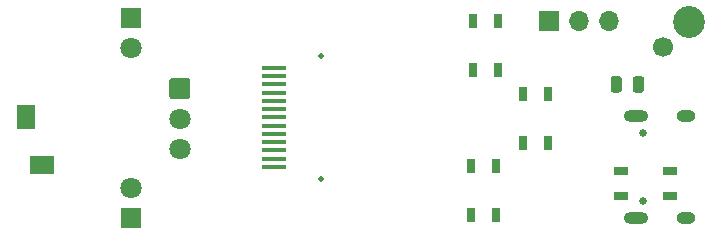
<source format=gts>
G04 #@! TF.GenerationSoftware,KiCad,Pcbnew,(5.1.10-1-10_14)*
G04 #@! TF.CreationDate,2021-11-14T21:27:09+03:00*
G04 #@! TF.ProjectId,IR_iButton,49525f69-4275-4747-946f-6e2e6b696361,rev?*
G04 #@! TF.SameCoordinates,Original*
G04 #@! TF.FileFunction,Soldermask,Top*
G04 #@! TF.FilePolarity,Negative*
%FSLAX46Y46*%
G04 Gerber Fmt 4.6, Leading zero omitted, Abs format (unit mm)*
G04 Created by KiCad (PCBNEW (5.1.10-1-10_14)) date 2021-11-14 21:27:09*
%MOMM*%
%LPD*%
G01*
G04 APERTURE LIST*
%ADD10C,0.500000*%
%ADD11R,2.000000X0.400000*%
%ADD12C,2.700000*%
%ADD13C,1.700000*%
%ADD14O,2.100000X1.000000*%
%ADD15C,0.650000*%
%ADD16O,1.600000X1.000000*%
%ADD17R,0.650000X1.200000*%
%ADD18R,1.200000X0.650000*%
%ADD19O,1.700000X1.700000*%
%ADD20R,1.700000X1.700000*%
%ADD21R,1.524000X2.000000*%
%ADD22R,2.000000X1.524000*%
%ADD23C,1.800000*%
%ADD24R,1.800000X1.800000*%
G04 APERTURE END LIST*
D10*
X198000000Y-116200000D03*
X198000000Y-105800000D03*
D11*
X194000000Y-115200000D03*
X194000000Y-114500000D03*
X194000000Y-113800000D03*
X194000000Y-113100000D03*
X194000000Y-112400000D03*
X194000000Y-111700000D03*
X194000000Y-111000000D03*
X194000000Y-110300000D03*
X194000000Y-109600000D03*
X194000000Y-108900000D03*
X194000000Y-108200000D03*
X194000000Y-107500000D03*
X194000000Y-106800000D03*
D12*
X229100000Y-102900000D03*
D13*
X226900000Y-105000000D03*
D14*
X224670000Y-119520000D03*
X224670000Y-110880000D03*
D15*
X225200000Y-112310000D03*
D16*
X228850000Y-110880000D03*
D15*
X225200000Y-118090000D03*
D16*
X228850000Y-119520000D03*
D17*
X212775000Y-115100000D03*
X210625000Y-115075000D03*
X212775000Y-119225000D03*
X210625000Y-119225000D03*
D18*
X227490000Y-117685000D03*
X227515000Y-115535000D03*
X223365000Y-117685000D03*
X223365000Y-115535000D03*
D17*
X212975000Y-102850000D03*
X210825000Y-102825000D03*
X212975000Y-106975000D03*
X210825000Y-106975000D03*
X217175000Y-109050000D03*
X215025000Y-109025000D03*
X217175000Y-113175000D03*
X215025000Y-113175000D03*
G36*
G01*
X223450000Y-107743750D02*
X223450000Y-108656250D01*
G75*
G02*
X223206250Y-108900000I-243750J0D01*
G01*
X222718750Y-108900000D01*
G75*
G02*
X222475000Y-108656250I0J243750D01*
G01*
X222475000Y-107743750D01*
G75*
G02*
X222718750Y-107500000I243750J0D01*
G01*
X223206250Y-107500000D01*
G75*
G02*
X223450000Y-107743750I0J-243750D01*
G01*
G37*
G36*
G01*
X225325000Y-107743750D02*
X225325000Y-108656250D01*
G75*
G02*
X225081250Y-108900000I-243750J0D01*
G01*
X224593750Y-108900000D01*
G75*
G02*
X224350000Y-108656250I0J243750D01*
G01*
X224350000Y-107743750D01*
G75*
G02*
X224593750Y-107500000I243750J0D01*
G01*
X225081250Y-107500000D01*
G75*
G02*
X225325000Y-107743750I0J-243750D01*
G01*
G37*
D19*
X222380000Y-102800000D03*
X219840000Y-102800000D03*
D20*
X217300000Y-102800000D03*
D21*
X173000000Y-111000000D03*
D22*
X174300000Y-115000000D03*
D23*
X181900000Y-105100000D03*
D24*
X181900000Y-102560000D03*
D23*
X181900000Y-116960000D03*
D24*
X181900000Y-119500000D03*
D23*
X186000000Y-113640000D03*
X186000000Y-111100000D03*
G36*
G01*
X185350200Y-107660000D02*
X186649800Y-107660000D01*
G75*
G02*
X186900000Y-107910200I0J-250200D01*
G01*
X186900000Y-109209800D01*
G75*
G02*
X186649800Y-109460000I-250200J0D01*
G01*
X185350200Y-109460000D01*
G75*
G02*
X185100000Y-109209800I0J250200D01*
G01*
X185100000Y-107910200D01*
G75*
G02*
X185350200Y-107660000I250200J0D01*
G01*
G37*
M02*

</source>
